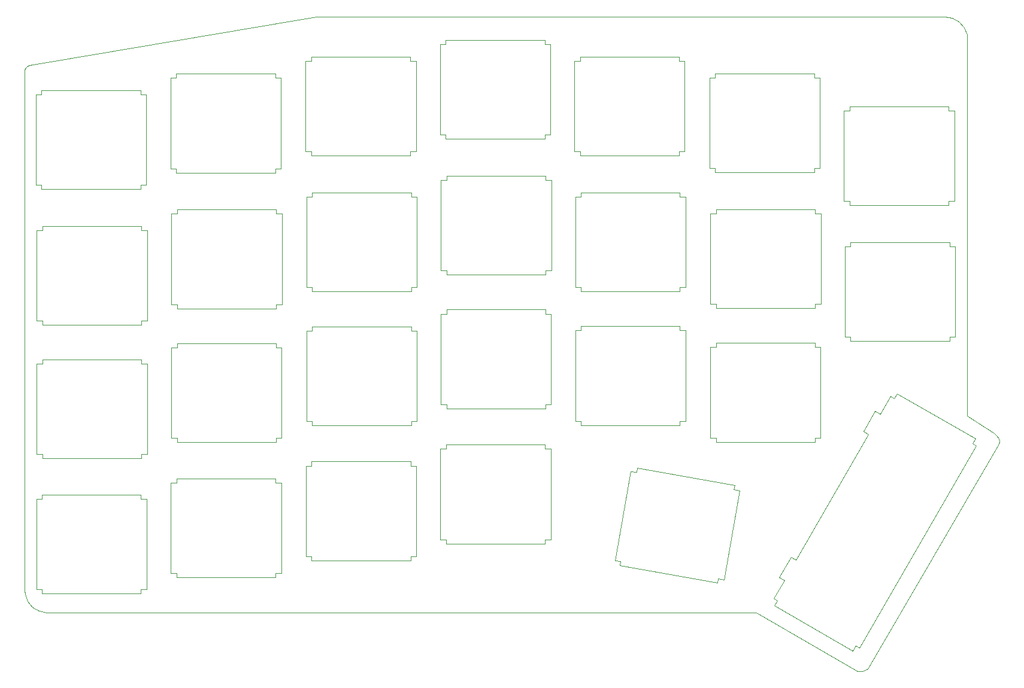
<source format=gbr>
G04 #@! TF.FileFunction,Profile,NP*
%FSLAX46Y46*%
G04 Gerber Fmt 4.6, Leading zero omitted, Abs format (unit mm)*
G04 Created by KiCad (PCBNEW 4.0.7) date 05/28/18 10:50:02*
%MOMM*%
%LPD*%
G01*
G04 APERTURE LIST*
%ADD10C,0.100000*%
G04 APERTURE END LIST*
D10*
X184043320Y-123294140D02*
X194299840Y-105537000D01*
X193587340Y-105134148D02*
X194299840Y-105537000D01*
X195943220Y-102687120D02*
X195236341Y-102276122D01*
X184043320Y-123294140D02*
X183337339Y-122887441D01*
X195236341Y-102276122D02*
X193587340Y-105134148D01*
X183337339Y-122887441D02*
X181686341Y-125744142D01*
X181686341Y-125744142D02*
X182389780Y-126166880D01*
X182389780Y-126164340D02*
X180887800Y-128764620D01*
X198331800Y-99750020D02*
X197932800Y-100441820D01*
X209416800Y-106149620D02*
X198331800Y-99750020D01*
X209536800Y-107141820D02*
X209017800Y-106841420D01*
X209017800Y-106841420D02*
X209416800Y-106149620D01*
X181006800Y-129756820D02*
X192091800Y-136156420D01*
X180887800Y-128764620D02*
X181406800Y-129065020D01*
X197412800Y-100142620D02*
X195943220Y-102687120D01*
X197932800Y-100441820D02*
X197412800Y-100142620D01*
X193011800Y-135765050D02*
X209537300Y-107142280D01*
X192492800Y-135466030D02*
X193011800Y-135765050D01*
X192091800Y-136156420D02*
X192492800Y-135466030D01*
X181406800Y-129065020D02*
X181006800Y-129756820D01*
X161579380Y-110324780D02*
X161474580Y-110915980D01*
X160686180Y-110776780D02*
X158463680Y-123381740D01*
X173038980Y-125951760D02*
X173827180Y-126090940D01*
X159251780Y-123520910D02*
X159148380Y-124112090D01*
X161474580Y-110915980D02*
X160686180Y-110776780D01*
X175261880Y-113346880D02*
X175366680Y-112755680D01*
X173827180Y-126090940D02*
X176049980Y-113484680D01*
X176049980Y-113484680D02*
X175261880Y-113346880D01*
X158463680Y-123381740D02*
X159251780Y-123520910D01*
X172934280Y-126542940D02*
X173038980Y-125951760D01*
X159148380Y-124112090D02*
X172934280Y-126542940D01*
X175366680Y-112755680D02*
X161579380Y-110324780D01*
X167519440Y-65492730D02*
X168320240Y-65492730D01*
X167519440Y-52692160D02*
X167519440Y-52092660D01*
X168320240Y-65492730D02*
X168320240Y-52692160D01*
X168320240Y-52692160D02*
X167519440Y-52692160D01*
X152720740Y-52692160D02*
X152720740Y-65492730D01*
X153520140Y-52692160D02*
X152720740Y-52692160D01*
X167519440Y-52092660D02*
X153520140Y-52092660D01*
X153520140Y-52092660D02*
X153520140Y-52692160D01*
X167519440Y-66090800D02*
X167519440Y-65492730D01*
X167636280Y-71914880D02*
X167636280Y-71315380D01*
X153636980Y-71315380D02*
X153636980Y-71914880D01*
X153636980Y-71914880D02*
X152837580Y-71914880D01*
X167636280Y-71315380D02*
X153636980Y-71315380D01*
X153520140Y-66090800D02*
X167519440Y-66090800D01*
X152720740Y-65492730D02*
X153520140Y-65492730D01*
X153520140Y-65492730D02*
X153520140Y-66090800D01*
X152837580Y-71914880D02*
X152837580Y-84715450D01*
X168437080Y-84715450D02*
X168437080Y-71914880D01*
X167636280Y-84715450D02*
X168437080Y-84715450D01*
X168437080Y-71914880D02*
X167636280Y-71914880D01*
X153636980Y-85313520D02*
X167636280Y-85313520D01*
X167636280Y-85313520D02*
X167636280Y-84715450D01*
X152837580Y-84715450D02*
X153636980Y-84715450D01*
X153636980Y-84715450D02*
X153636980Y-85313520D01*
X153629360Y-90238380D02*
X153629360Y-90837880D01*
X153629360Y-90837880D02*
X152829960Y-90837880D01*
X153629360Y-104236520D02*
X167628660Y-104236520D01*
X167628660Y-104236520D02*
X167628660Y-103638450D01*
X168429460Y-103638450D02*
X168429460Y-90837880D01*
X167628660Y-103638450D02*
X168429460Y-103638450D01*
X167628660Y-90837880D02*
X167628660Y-90238380D01*
X167628660Y-90238380D02*
X153629360Y-90238380D01*
X168429460Y-90837880D02*
X167628660Y-90837880D01*
X152829960Y-90837880D02*
X152829960Y-103638450D01*
X153629360Y-103638450D02*
X153629360Y-104236520D01*
X152829960Y-103638450D02*
X153629360Y-103638450D01*
X205634680Y-72553930D02*
X206435480Y-72553930D01*
X206435480Y-59753360D02*
X205634680Y-59753360D01*
X205634680Y-59753360D02*
X205634680Y-59153860D01*
X206435480Y-72553930D02*
X206435480Y-59753360D01*
X191752220Y-78376580D02*
X191752220Y-78976080D01*
X205634680Y-73152000D02*
X205634680Y-72553930D01*
X191635380Y-72553930D02*
X191635380Y-73152000D01*
X205751520Y-78976080D02*
X205751520Y-78376580D01*
X191635380Y-73152000D02*
X205634680Y-73152000D01*
X205751520Y-78376580D02*
X191752220Y-78376580D01*
X205634680Y-59153860D02*
X191635380Y-59153860D01*
X191635380Y-59753360D02*
X190835980Y-59753360D01*
X191635380Y-59153860D02*
X191635380Y-59753360D01*
X190835980Y-59753360D02*
X190835980Y-72553930D01*
X190835980Y-72553930D02*
X191635380Y-72553930D01*
X205751520Y-92374720D02*
X205751520Y-91776650D01*
X206552320Y-78976080D02*
X205751520Y-78976080D01*
X191752220Y-78976080D02*
X190952820Y-78976080D01*
X205751520Y-91776650D02*
X206552320Y-91776650D01*
X191752220Y-92374720D02*
X205751520Y-92374720D01*
X190952820Y-78976080D02*
X190952820Y-91776650D01*
X206552320Y-91776650D02*
X206552320Y-78976080D01*
X191752220Y-91776650D02*
X191752220Y-92374720D01*
X190952820Y-91776650D02*
X191752220Y-91776650D01*
X186734540Y-93210240D02*
X186734540Y-92610740D01*
X172735240Y-106608880D02*
X186734540Y-106608880D01*
X172735240Y-106010810D02*
X172735240Y-106608880D01*
X172735240Y-92610740D02*
X172735240Y-93210240D01*
X186734540Y-92610740D02*
X172735240Y-92610740D01*
X187535340Y-106010810D02*
X187535340Y-93210240D01*
X186734540Y-106010810D02*
X187535340Y-106010810D01*
X187535340Y-93210240D02*
X186734540Y-93210240D01*
X186734540Y-106608880D02*
X186734540Y-106010810D01*
X172742860Y-87685880D02*
X186742160Y-87685880D01*
X186742160Y-87685880D02*
X186742160Y-87087810D01*
X171943460Y-87087810D02*
X172742860Y-87087810D01*
X172742860Y-87087810D02*
X172742860Y-87685880D01*
X172735240Y-93210240D02*
X171935840Y-93210240D01*
X186742160Y-87087810D02*
X187542960Y-87087810D01*
X187542960Y-87087810D02*
X187542960Y-74287240D01*
X171943460Y-74287240D02*
X171943460Y-87087810D01*
X187542960Y-74287240D02*
X186742160Y-74287240D01*
X186625320Y-68463160D02*
X186625320Y-67865090D01*
X172742860Y-74287240D02*
X171943460Y-74287240D01*
X172742860Y-73687740D02*
X172742860Y-74287240D01*
X186742160Y-73687740D02*
X172742860Y-73687740D01*
X186742160Y-74287240D02*
X186742160Y-73687740D01*
X171826620Y-67865090D02*
X172626020Y-67865090D01*
X172626020Y-67865090D02*
X172626020Y-68463160D01*
X172626020Y-68463160D02*
X186625320Y-68463160D01*
X171935840Y-106010810D02*
X172735240Y-106010810D01*
X171935840Y-93210240D02*
X171935840Y-106010810D01*
X186625320Y-55064520D02*
X186625320Y-54465020D01*
X186625320Y-54465020D02*
X172626020Y-54465020D01*
X172626020Y-54465020D02*
X172626020Y-55064520D01*
X172626020Y-55064520D02*
X171826620Y-55064520D01*
X186625320Y-67865090D02*
X187426120Y-67865090D01*
X171826620Y-55064520D02*
X171826620Y-67865090D01*
X187426120Y-55064520D02*
X186625320Y-55064520D01*
X187426120Y-67865090D02*
X187426120Y-55064520D01*
X129640420Y-84738310D02*
X130441220Y-84738310D01*
X129640420Y-85336380D02*
X129640420Y-84738310D01*
X130441220Y-84738310D02*
X130441220Y-71937740D01*
X115641120Y-85336380D02*
X129640420Y-85336380D01*
X129640420Y-71338240D02*
X115641120Y-71338240D01*
X115641120Y-84738310D02*
X115641120Y-85336380D01*
X115641120Y-71338240D02*
X115641120Y-71937740D01*
X114841720Y-71937740D02*
X114841720Y-84738310D01*
X114841720Y-84738310D02*
X115641120Y-84738310D01*
X115641120Y-71937740D02*
X114841720Y-71937740D01*
X96542860Y-87729060D02*
X110542160Y-87729060D01*
X110542160Y-73730920D02*
X96542860Y-73730920D01*
X110542160Y-87729060D02*
X110542160Y-87130990D01*
X96542860Y-73730920D02*
X96542860Y-74330420D01*
X95743460Y-74330420D02*
X95743460Y-87130990D01*
X96542860Y-74330420D02*
X95743460Y-74330420D01*
X96542860Y-87130990D02*
X96542860Y-87729060D01*
X95743460Y-87130990D02*
X96542860Y-87130990D01*
X111342960Y-74330420D02*
X110542160Y-74330420D01*
X111342960Y-87130990D02*
X111342960Y-74330420D01*
X110542160Y-74330420D02*
X110542160Y-73730920D01*
X110542160Y-87130990D02*
X111342960Y-87130990D01*
X91502520Y-89439850D02*
X92303120Y-89439850D01*
X91502520Y-90037920D02*
X91502520Y-89439850D01*
X92303120Y-76639280D02*
X91502520Y-76639280D01*
X92303120Y-89439850D02*
X92303120Y-76639280D01*
X91502520Y-76639280D02*
X91502520Y-76039780D01*
X91502520Y-76039780D02*
X77502970Y-76039780D01*
X77502970Y-90037920D02*
X91502520Y-90037920D01*
X77502970Y-76639280D02*
X76703710Y-76639280D01*
X77502970Y-76039780D02*
X77502970Y-76639280D01*
X76703710Y-89439850D02*
X77502970Y-89439850D01*
X77502970Y-89439850D02*
X77502970Y-90037920D01*
X76703710Y-76639280D02*
X76703710Y-89439850D01*
X129640420Y-71937740D02*
X129640420Y-71338240D01*
X134645400Y-69560300D02*
X133846000Y-69560300D01*
X130441220Y-71937740D02*
X129640420Y-71937740D01*
X133846000Y-69560300D02*
X133846000Y-82360870D01*
X134645400Y-82360870D02*
X134645400Y-82958940D01*
X133846000Y-82360870D02*
X134645400Y-82360870D01*
X149445500Y-82360870D02*
X149445500Y-69560300D01*
X149445500Y-69560300D02*
X148644700Y-69560300D01*
X148644700Y-82958940D02*
X148644700Y-82360870D01*
X148644700Y-82360870D02*
X149445500Y-82360870D01*
X134645400Y-68960800D02*
X134645400Y-69560300D01*
X148644700Y-68960800D02*
X134645400Y-68960800D01*
X134645400Y-82958940D02*
X148644700Y-82958940D01*
X148644700Y-69560300D02*
X148644700Y-68960800D01*
X95735840Y-106053990D02*
X96535240Y-106053990D01*
X96535240Y-106652060D02*
X110534540Y-106652060D01*
X96535240Y-106053990D02*
X96535240Y-106652060D01*
X110534540Y-92653920D02*
X96535240Y-92653920D01*
X96535240Y-92653920D02*
X96535240Y-93253420D01*
X96535240Y-93253420D02*
X95735840Y-93253420D01*
X95735840Y-93253420D02*
X95735840Y-106053990D01*
X115633500Y-103661310D02*
X115633500Y-104259380D01*
X114834100Y-90860740D02*
X114834100Y-103661310D01*
X115633500Y-90860740D02*
X114834100Y-90860740D01*
X114834100Y-103661310D02*
X115633500Y-103661310D01*
X130433600Y-103661310D02*
X130433600Y-90860740D01*
X129632800Y-104259380D02*
X129632800Y-103661310D01*
X129632800Y-103661310D02*
X130433600Y-103661310D01*
X130433600Y-90860740D02*
X129632800Y-90860740D01*
X129632800Y-90860740D02*
X129632800Y-90261240D01*
X115633500Y-90261240D02*
X115633500Y-90860740D01*
X129632800Y-90261240D02*
X115633500Y-90261240D01*
X115633500Y-104259380D02*
X129632800Y-104259380D01*
X110534540Y-93253420D02*
X110534540Y-92653920D01*
X110534540Y-106652060D02*
X110534540Y-106053990D01*
X111335340Y-93253420D02*
X110534540Y-93253420D01*
X110534540Y-106053990D02*
X111335340Y-106053990D01*
X111335340Y-106053990D02*
X111335340Y-93253420D01*
X91494900Y-108960920D02*
X91494900Y-108362850D01*
X91494900Y-108362850D02*
X92295500Y-108362850D01*
X77495350Y-108960920D02*
X91494900Y-108960920D01*
X91494900Y-94962780D02*
X77495350Y-94962780D01*
X92295500Y-95562280D02*
X91494900Y-95562280D01*
X91494900Y-95562280D02*
X91494900Y-94962780D01*
X92295500Y-108362850D02*
X92295500Y-95562280D01*
X77495350Y-94962780D02*
X77495350Y-95562280D01*
X77495350Y-95562280D02*
X76696090Y-95562280D01*
X76696090Y-95562280D02*
X76696090Y-108362850D01*
X77495350Y-108362850D02*
X77495350Y-108960920D01*
X76696090Y-108362850D02*
X77495350Y-108362850D01*
X148637080Y-101283870D02*
X149437880Y-101283870D01*
X148637080Y-101881940D02*
X148637080Y-101283870D01*
X149437880Y-101283870D02*
X149437880Y-88483300D01*
X149437880Y-88483300D02*
X148637080Y-88483300D01*
X134637780Y-87883800D02*
X134637780Y-88483300D01*
X148637080Y-88483300D02*
X148637080Y-87883800D01*
X148637080Y-87883800D02*
X134637780Y-87883800D01*
X133838380Y-101283870D02*
X134637780Y-101283870D01*
X133838380Y-88483300D02*
X133838380Y-101283870D01*
X134637780Y-101881940D02*
X148637080Y-101881940D01*
X134637780Y-88483300D02*
X133838380Y-88483300D01*
X134637780Y-101283870D02*
X134637780Y-101881940D01*
X115524280Y-52715020D02*
X114724880Y-52715020D01*
X115524280Y-52115520D02*
X115524280Y-52715020D01*
X114724880Y-65515590D02*
X115524280Y-65515590D01*
X114724880Y-52715020D02*
X114724880Y-65515590D01*
X129523580Y-52115520D02*
X115524280Y-52115520D01*
X115524280Y-65515590D02*
X115524280Y-66113660D01*
X134528560Y-49738080D02*
X134528560Y-50337580D01*
X134528560Y-63736220D02*
X148527860Y-63736220D01*
X134528560Y-63138150D02*
X134528560Y-63736220D01*
X148527860Y-49738080D02*
X134528560Y-49738080D01*
X129523580Y-66113660D02*
X129523580Y-65515590D01*
X115524280Y-66113660D02*
X129523580Y-66113660D01*
X130324380Y-65515590D02*
X130324380Y-52715020D01*
X129523580Y-65515590D02*
X130324380Y-65515590D01*
X130324380Y-52715020D02*
X129523580Y-52715020D01*
X133729160Y-63138150D02*
X134528560Y-63138150D01*
X133729160Y-50337580D02*
X133729160Y-63138150D01*
X134528560Y-50337580D02*
X133729160Y-50337580D01*
X129523580Y-52715020D02*
X129523580Y-52115520D01*
X149328660Y-50337580D02*
X148527860Y-50337580D01*
X149328660Y-63138150D02*
X149328660Y-50337580D01*
X148527860Y-63736220D02*
X148527860Y-63138150D01*
X148527860Y-50337580D02*
X148527860Y-49738080D01*
X148527860Y-63138150D02*
X149328660Y-63138150D01*
X95626620Y-55107700D02*
X95626620Y-67908270D01*
X95626620Y-67908270D02*
X96426020Y-67908270D01*
X96426020Y-54508200D02*
X96426020Y-55107700D01*
X96426020Y-67908270D02*
X96426020Y-68506340D01*
X96426020Y-55107700D02*
X95626620Y-55107700D01*
X77386130Y-57416560D02*
X76586870Y-57416560D01*
X77386130Y-70217130D02*
X77386130Y-70815200D01*
X76586870Y-57416560D02*
X76586870Y-70217130D01*
X76586870Y-70217130D02*
X77386130Y-70217130D01*
X77386130Y-56817060D02*
X77386130Y-57416560D01*
X91385680Y-70217130D02*
X92186280Y-70217130D01*
X91385680Y-56817060D02*
X77386130Y-56817060D01*
X91385680Y-57416560D02*
X91385680Y-56817060D01*
X77386130Y-70815200D02*
X91385680Y-70815200D01*
X92186280Y-70217130D02*
X92186280Y-57416560D01*
X92186280Y-57416560D02*
X91385680Y-57416560D01*
X91385680Y-70815200D02*
X91385680Y-70217130D01*
X111226120Y-55107700D02*
X110425320Y-55107700D01*
X110425320Y-55107700D02*
X110425320Y-54508200D01*
X110425320Y-67908270D02*
X111226120Y-67908270D01*
X110425320Y-54508200D02*
X96426020Y-54508200D01*
X110425320Y-68506340D02*
X110425320Y-67908270D01*
X111226120Y-67908270D02*
X111226120Y-55107700D01*
X96426020Y-68506340D02*
X110425320Y-68506340D01*
X149371840Y-107609500D02*
X148571040Y-107609500D01*
X149371840Y-120410070D02*
X149371840Y-107609500D01*
X148571040Y-107609500D02*
X148571040Y-107010000D01*
X148571040Y-120410070D02*
X149371840Y-120410070D01*
X148571040Y-107010000D02*
X134571740Y-107010000D01*
X134571740Y-121008140D02*
X148571040Y-121008140D01*
X148571040Y-121008140D02*
X148571040Y-120410070D01*
X134571740Y-120410070D02*
X134571740Y-121008140D01*
X133772340Y-120410070D02*
X134571740Y-120410070D01*
X134571740Y-107609500D02*
X133772340Y-107609500D01*
X133772340Y-107609500D02*
X133772340Y-120410070D01*
X134571740Y-107010000D02*
X134571740Y-107609500D01*
X96469200Y-125778260D02*
X110468500Y-125778260D01*
X110468500Y-112379620D02*
X110468500Y-111780120D01*
X110468500Y-125778260D02*
X110468500Y-125180190D01*
X110468500Y-111780120D02*
X96469200Y-111780120D01*
X96469200Y-125180190D02*
X96469200Y-125778260D01*
X111269300Y-112379620D02*
X110468500Y-112379620D01*
X110468500Y-125180190D02*
X111269300Y-125180190D01*
X111269300Y-125180190D02*
X111269300Y-112379620D01*
X96469200Y-111780120D02*
X96469200Y-112379620D01*
X96469200Y-112379620D02*
X95669800Y-112379620D01*
X95669800Y-125180190D02*
X96469200Y-125180190D01*
X95669800Y-112379620D02*
X95669800Y-125180190D01*
X130367560Y-109986940D02*
X129566760Y-109986940D01*
X114768060Y-122787510D02*
X115567460Y-122787510D01*
X114768060Y-109986940D02*
X114768060Y-122787510D01*
X77429310Y-114688480D02*
X76630050Y-114688480D01*
X115567460Y-122787510D02*
X115567460Y-123385580D01*
X77429310Y-114088980D02*
X77429310Y-114688480D01*
X130367560Y-122787510D02*
X130367560Y-109986940D01*
X91428860Y-114688480D02*
X91428860Y-114088980D01*
X76630050Y-127489050D02*
X77429310Y-127489050D01*
X77429310Y-128087120D02*
X91428860Y-128087120D01*
X91428860Y-127489050D02*
X92229460Y-127489050D01*
X76630050Y-114688480D02*
X76630050Y-127489050D01*
X129566760Y-122787510D02*
X130367560Y-122787510D01*
X92229460Y-114688480D02*
X91428860Y-114688480D01*
X77429310Y-127489050D02*
X77429310Y-128087120D01*
X92229460Y-127489050D02*
X92229460Y-114688480D01*
X91428860Y-114088980D02*
X77429310Y-114088980D01*
X129566760Y-123385580D02*
X129566760Y-122787510D01*
X129566760Y-109986940D02*
X129566760Y-109387440D01*
X129566760Y-109387440D02*
X115567460Y-109387440D01*
X91428860Y-128087120D02*
X91428860Y-127489050D01*
X115567460Y-109986940D02*
X114768060Y-109986940D01*
X115567460Y-109387440D02*
X115567460Y-109986940D01*
X115567460Y-123385580D02*
X129566760Y-123385580D01*
X212800000Y-106590000D02*
X212760000Y-106920000D01*
X212690000Y-106150000D02*
X212800000Y-106590000D01*
X212430000Y-105750000D02*
X212690000Y-106150000D01*
X212090000Y-105359200D02*
X212430000Y-105750000D01*
X208210000Y-48980000D02*
X207790000Y-47980000D01*
X75290000Y-53490000D02*
X75630000Y-53300000D01*
X208221000Y-102916000D02*
X208215000Y-102906000D01*
X205098000Y-46430000D02*
X132080000Y-46430000D01*
X208222000Y-102917000D02*
X208221000Y-102916000D01*
X208205000Y-102870000D02*
X208205000Y-95250000D01*
X193427000Y-139053000D02*
X194051000Y-138806000D01*
X178448000Y-130736000D02*
X178454000Y-130738000D01*
X132080000Y-46430000D02*
X116211000Y-46430000D01*
X134620000Y-130735000D02*
X156210000Y-130735000D01*
X208210000Y-102896000D02*
X208209000Y-102894000D01*
X178461000Y-130740000D02*
X178466000Y-130743000D01*
X194051000Y-138806000D02*
X194175000Y-138696000D01*
X178435000Y-130735000D02*
X178442000Y-130736000D01*
X76113100Y-130009000D02*
X77045100Y-130547000D01*
X194175000Y-138696000D02*
X212759000Y-106924000D01*
X208205000Y-95250000D02*
X208205000Y-48980900D01*
X208209000Y-102893000D02*
X208207000Y-102882000D01*
X192757000Y-139071000D02*
X193427000Y-139053000D01*
X178442000Y-130736000D02*
X178448000Y-130736000D01*
X178454000Y-130738000D02*
X178461000Y-130740000D01*
X208215000Y-102906000D02*
X208210000Y-102896000D01*
X99060000Y-130735000D02*
X134620000Y-130735000D01*
X178466000Y-130743000D02*
X178473000Y-130745000D01*
X116211000Y-46430000D02*
X75627000Y-53298100D01*
X208240000Y-102934000D02*
X208232000Y-102926000D01*
X212090000Y-105359200D02*
X208240000Y-102934000D01*
X206165000Y-46618000D02*
X205098000Y-46430000D01*
X208207000Y-102882000D02*
X208205000Y-102870000D01*
X78111600Y-130735000D02*
X99060000Y-130735000D01*
X207097000Y-47156100D02*
X206165000Y-46618000D01*
X192731000Y-139062000D02*
X192757000Y-139071000D01*
X156210000Y-130735000D02*
X178435000Y-130735000D01*
X207789000Y-47980900D02*
X207097000Y-47156100D01*
X208223000Y-102918000D02*
X208222000Y-102917000D01*
X77045100Y-130547000D02*
X78111600Y-130735000D01*
X208209000Y-102894000D02*
X208209000Y-102893000D01*
X208232000Y-102926000D02*
X208223000Y-102918000D01*
X178473000Y-130745000D02*
X192731000Y-139062000D01*
X75421300Y-129184000D02*
X76113100Y-130009000D01*
X75005000Y-127632000D02*
X75052100Y-128170000D01*
X75285600Y-53491000D02*
X75136900Y-53615800D01*
X75039900Y-53783900D02*
X75005000Y-53981600D01*
X75052100Y-128170000D02*
X75421300Y-129184000D01*
X75005000Y-53981600D02*
X75005000Y-127632000D01*
X75136900Y-53615800D02*
X75039900Y-53783900D01*
M02*

</source>
